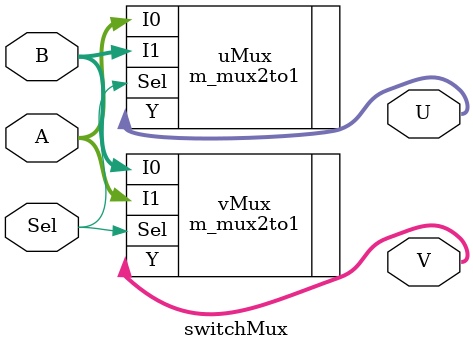
<source format=sv>
module switchMux
  #(parameter BUSWIDTH = 13)
   (output logic [BUSWIDTH-1:0] U, V,
    input logic [BUSWIDTH-1:0] A, B,
    input logic 	       Sel
    );
   

   m_mux2to1 #(BUSWIDTH) uMux(.Y(U), .I0(A), .I1(B), .Sel(Sel));
   m_mux2to1 #(BUSWIDTH) vMux(.Y(V), .I0(B), .I1(A), .Sel(Sel));
   
   

endmodule 
</source>
